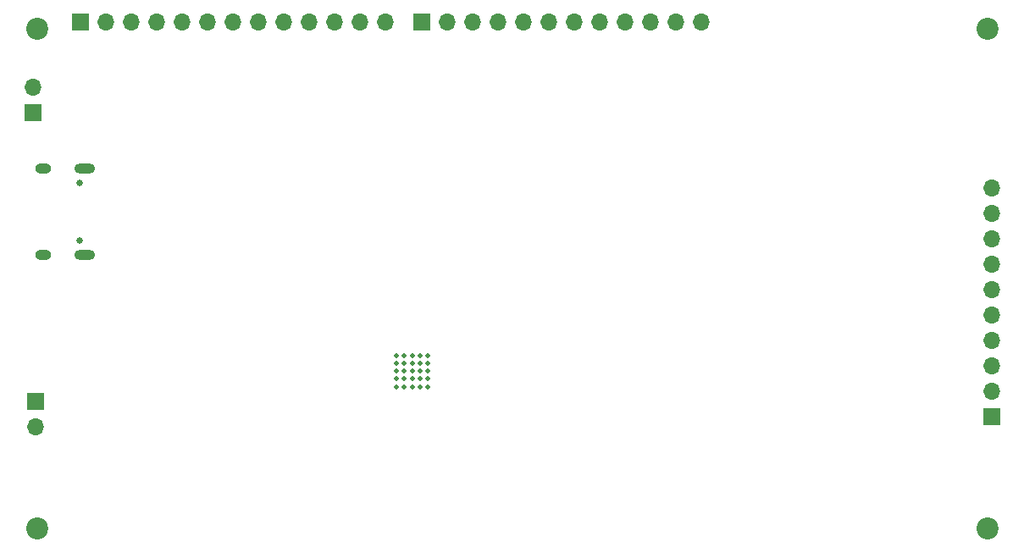
<source format=gbs>
%TF.GenerationSoftware,KiCad,Pcbnew,7.0.5-4d25ed1034~172~ubuntu22.04.1*%
%TF.CreationDate,2023-07-07T08:06:09+02:00*%
%TF.ProjectId,epaper-breakout,65706170-6572-42d6-9272-65616b6f7574,rev?*%
%TF.SameCoordinates,Original*%
%TF.FileFunction,Soldermask,Bot*%
%TF.FilePolarity,Negative*%
%FSLAX46Y46*%
G04 Gerber Fmt 4.6, Leading zero omitted, Abs format (unit mm)*
G04 Created by KiCad (PCBNEW 7.0.5-4d25ed1034~172~ubuntu22.04.1) date 2023-07-07 08:06:09*
%MOMM*%
%LPD*%
G01*
G04 APERTURE LIST*
%ADD10C,2.200000*%
%ADD11C,0.508000*%
%ADD12R,1.700000X1.700000*%
%ADD13O,1.700000X1.700000*%
%ADD14C,0.650000*%
%ADD15O,2.100000X1.000000*%
%ADD16O,1.600000X1.000000*%
G04 APERTURE END LIST*
D10*
X122500000Y-12000000D03*
D11*
X66598800Y-47802800D03*
X66598800Y-47015400D03*
X66598800Y-46228000D03*
X66598800Y-45440600D03*
X66598800Y-44653200D03*
X65811400Y-47802800D03*
X65811400Y-47015400D03*
X65811400Y-46228000D03*
X65811400Y-45440600D03*
X65811400Y-44653200D03*
X65024000Y-47802800D03*
X65024000Y-47015400D03*
X65024000Y-46228000D03*
X65024000Y-45440600D03*
X65024000Y-44653200D03*
X64236600Y-47802800D03*
X64236600Y-47015400D03*
X64236600Y-46228000D03*
X64236600Y-45440600D03*
X64236600Y-44653200D03*
X63449200Y-47802800D03*
X63449200Y-47015400D03*
X63449200Y-46228000D03*
X63449200Y-45440600D03*
X63449200Y-44653200D03*
D10*
X122500000Y-62000000D03*
X27500000Y-62000000D03*
D12*
X27350000Y-49275000D03*
D13*
X27350000Y-51815000D03*
D12*
X27100000Y-20375000D03*
D13*
X27100000Y-17835000D03*
D12*
X122936000Y-50800000D03*
D13*
X122936000Y-48260000D03*
X122936000Y-45720000D03*
X122936000Y-43180000D03*
X122936000Y-40640000D03*
X122936000Y-38100000D03*
X122936000Y-35560000D03*
X122936000Y-33020000D03*
X122936000Y-30480000D03*
X122936000Y-27940000D03*
D12*
X66000000Y-11300000D03*
D13*
X68540000Y-11300000D03*
X71080000Y-11300000D03*
X73620000Y-11300000D03*
X76160000Y-11300000D03*
X78700000Y-11300000D03*
X81240000Y-11300000D03*
X83780000Y-11300000D03*
X86320000Y-11300000D03*
X88860000Y-11300000D03*
X91400000Y-11300000D03*
X93940000Y-11300000D03*
D12*
X31875000Y-11300000D03*
D13*
X34415000Y-11300000D03*
X36955000Y-11300000D03*
X39495000Y-11300000D03*
X42035000Y-11300000D03*
X44575000Y-11300000D03*
X47115000Y-11300000D03*
X49655000Y-11300000D03*
X52195000Y-11300000D03*
X54735000Y-11300000D03*
X57275000Y-11300000D03*
X59815000Y-11300000D03*
X62355000Y-11300000D03*
D10*
X27500000Y-12000000D03*
D14*
X31740000Y-27410000D03*
X31740000Y-33190000D03*
D15*
X32270000Y-25980000D03*
D16*
X28090000Y-25980000D03*
D15*
X32270000Y-34620000D03*
D16*
X28090000Y-34620000D03*
M02*

</source>
